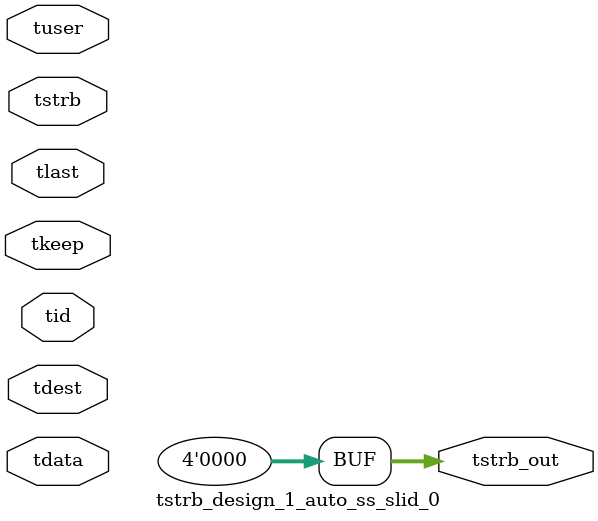
<source format=v>


`timescale 1ps/1ps

module tstrb_design_1_auto_ss_slid_0 #
(
parameter C_S_AXIS_TDATA_WIDTH = 32,
parameter C_S_AXIS_TUSER_WIDTH = 0,
parameter C_S_AXIS_TID_WIDTH   = 0,
parameter C_S_AXIS_TDEST_WIDTH = 0,
parameter C_M_AXIS_TDATA_WIDTH = 32
)
(
input  [(C_S_AXIS_TDATA_WIDTH == 0 ? 1 : C_S_AXIS_TDATA_WIDTH)-1:0     ] tdata,
input  [(C_S_AXIS_TUSER_WIDTH == 0 ? 1 : C_S_AXIS_TUSER_WIDTH)-1:0     ] tuser,
input  [(C_S_AXIS_TID_WIDTH   == 0 ? 1 : C_S_AXIS_TID_WIDTH)-1:0       ] tid,
input  [(C_S_AXIS_TDEST_WIDTH == 0 ? 1 : C_S_AXIS_TDEST_WIDTH)-1:0     ] tdest,
input  [(C_S_AXIS_TDATA_WIDTH/8)-1:0 ] tkeep,
input  [(C_S_AXIS_TDATA_WIDTH/8)-1:0 ] tstrb,
input                                                                    tlast,
output [(C_M_AXIS_TDATA_WIDTH/8)-1:0 ] tstrb_out
);

assign tstrb_out = {1'b0};

endmodule


</source>
